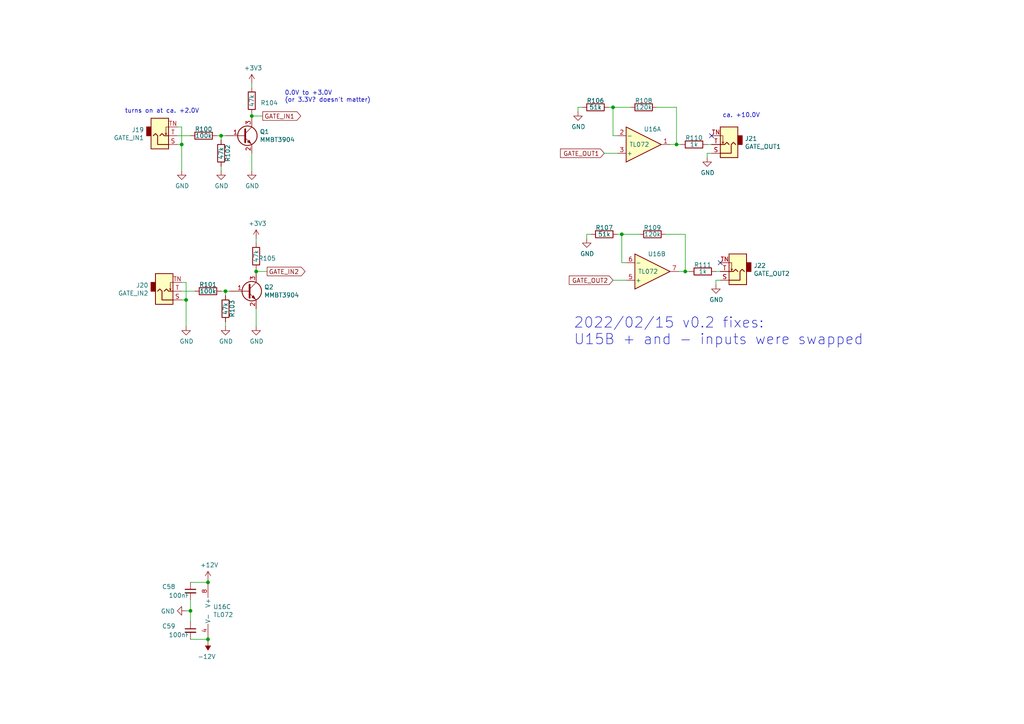
<source format=kicad_sch>
(kicad_sch (version 20211123) (generator eeschema)
  (paper "A4")
  (lib_symbols
    (symbol "Amplifier_Operational:TL072" (pin_names (offset 0.127))
      (property "Reference" "U" (at 0 5.08 0))
      (property "Value" "TL072" (at 0 -5.08 0))
      (symbol "TL072_1_1"
        (polyline (pts (xy -5.08 5.08) (xy 5.08 0) (xy -5.08 -5.08) (xy -5.08 5.08)) (stroke (width 0.254)) (fill (type background)))
        (pin output line (at 7.62 0 180) (length 2.54) (name "~") (number "1"))
        (pin input line (at -7.62 -2.54 0) (length 2.54) (name "-") (number "2"))
        (pin input line (at -7.62 2.54 0) (length 2.54) (name "+") (number "3"))
      )
      (symbol "TL072_2_1"
        (polyline (pts (xy -5.08 5.08) (xy 5.08 0) (xy -5.08 -5.08) (xy -5.08 5.08)) (stroke (width 0.254)) (fill (type background)))
        (pin input line (at -7.62 2.54 0) (length 2.54) (name "+") (number "5"))
        (pin input line (at -7.62 -2.54 0) (length 2.54) (name "-") (number "6"))
        (pin output line (at 7.62 0 180) (length 2.54) (name "~") (number "7"))
      )
      (symbol "TL072_3_1"
        (pin power_in line (at -2.54 -7.62 90) (length 3.81) (name "V-") (number "4"))
        (pin power_in line (at -2.54 7.62 270) (length 3.81) (name "V+") (number "8"))
      )
    )
    (symbol "Connector:AudioJack2_SwitchT"
      (property "Reference" "J" (at 0 8.89 0))
      (property "Value" "AudioJack2_SwitchT" (at 0 6.35 0))
      (symbol "AudioJack2_SwitchT_0_1"
        (rectangle (start -2.54 0) (end -3.81 -2.54) (stroke (width 0.254)) (fill (type outline)))
        (polyline (pts (xy 1.778 -0.254) (xy 2.032 -0.762)))
        (polyline (pts (xy 0 0) (xy 0.635 -0.635) (xy 1.27 0) (xy 2.54 0)) (stroke (width 0.254)))
        (polyline (pts (xy 2.54 -2.54) (xy 1.778 -2.54) (xy 1.778 -0.254) (xy 1.524 -0.762)))
        (polyline (pts (xy 2.54 2.54) (xy -0.635 2.54) (xy -0.635 0) (xy -1.27 -0.635) (xy -1.905 0)) (stroke (width 0.254)))
        (rectangle (start 2.54 3.81) (end -2.54 -5.08) (stroke (width 0.254)) (fill (type background)))
      )
      (symbol "AudioJack2_SwitchT_1_1"
        (pin passive line (at 5.08 2.54 180) (length 2.54) (name "~") (number "S"))
        (pin passive line (at 5.08 0 180) (length 2.54) (name "~") (number "T"))
        (pin passive line (at 5.08 -2.54 180) (length 2.54) (name "~") (number "TN"))
      )
    )
    (symbol "Device:C_Small" (pin_numbers hide) (pin_names (offset 0.254) hide)
      (property "Reference" "C" (at 0.254 1.778 0))
      (property "Value" "C_Small" (at 0.254 -2.032 0))
      (symbol "C_Small_0_1"
        (polyline (pts (xy -1.524 -0.508) (xy 1.524 -0.508)) (stroke (width 0.3302)))
        (polyline (pts (xy -1.524 0.508) (xy 1.524 0.508)) (stroke (width 0.3048)))
      )
      (symbol "C_Small_1_1"
        (pin passive line (at 0 2.54 270) (length 2.032) (name "~") (number "1"))
        (pin passive line (at 0 -2.54 90) (length 2.032) (name "~") (number "2"))
      )
    )
    (symbol "Device:R" (pin_numbers hide) (pin_names (offset 0))
      (property "Reference" "R" (at 2.032 0 90))
      (property "Value" "R" (at 0 0 90))
      (symbol "R_0_1"
        (rectangle (start -1.016 -2.54) (end 1.016 2.54) (stroke (width 0.254)))
      )
      (symbol "R_1_1"
        (pin passive line (at 0 3.81 270) (length 1.27) (name "~") (number "1"))
        (pin passive line (at 0 -3.81 90) (length 1.27) (name "~") (number "2"))
      )
    )
    (symbol "Transistor_BJT:MMBT3904" (pin_names (offset 0) hide)
      (property "Reference" "Q" (at 5.08 1.905 0))
      (property "Value" "MMBT3904" (at 5.08 0 0))
      (symbol "MMBT3904_0_1"
        (polyline (pts (xy 0.635 0.635) (xy 2.54 2.54)))
        (polyline (pts (xy 0.635 -0.635) (xy 2.54 -2.54) (xy 2.54 -2.54)))
        (polyline (pts (xy 0.635 1.905) (xy 0.635 -1.905) (xy 0.635 -1.905)) (stroke (width 0.508)))
        (polyline (pts (xy 1.27 -1.778) (xy 1.778 -1.27) (xy 2.286 -2.286) (xy 1.27 -1.778) (xy 1.27 -1.778)) (fill (type outline)))
        (circle (center 1.27 0) (radius 2.8194) (stroke (width 0.254)))
      )
      (symbol "MMBT3904_1_1"
        (pin input line (at -5.08 0 0) (length 5.715) (name "B") (number "1"))
        (pin passive line (at 2.54 -5.08 90) (length 2.54) (name "E") (number "2"))
        (pin passive line (at 2.54 5.08 270) (length 2.54) (name "C") (number "3"))
      )
    )
    (symbol "power:+12V" (power) (pin_names (offset 0))
      (property "Value" "+12V" (at 0 3.556 0))
      (symbol "+12V_0_1"
        (polyline (pts (xy -0.762 1.27) (xy 0 2.54)))
        (polyline (pts (xy 0 0) (xy 0 2.54)))
        (polyline (pts (xy 0 2.54) (xy 0.762 1.27)))
      )
      (symbol "+12V_1_1"
        (pin power_in line (at 0 0 90) (length 0) hide (name "+12V") (number "1"))
      )
    )
    (symbol "power:+3.3V" (power) (pin_names (offset 0))
      (property "Value" "+3.3V" (at 0 3.556 0))
      (symbol "+3.3V_0_1"
        (polyline (pts (xy -0.762 1.27) (xy 0 2.54)))
        (polyline (pts (xy 0 0) (xy 0 2.54)))
        (polyline (pts (xy 0 2.54) (xy 0.762 1.27)))
      )
      (symbol "+3.3V_1_1"
        (pin power_in line (at 0 0 90) (length 0) hide (name "+3V3") (number "1"))
      )
    )
    (symbol "power:-12V" (power) (pin_names (offset 0))
      (property "Value" "-12V" (at 0 3.81 0))
      (symbol "-12V_0_0"
        (pin power_in line (at 0 0 90) (length 0) hide (name "-12V") (number "1"))
      )
      (symbol "-12V_0_1"
        (polyline (pts (xy 0 0) (xy 0 1.27) (xy 0.762 1.27) (xy 0 2.54) (xy -0.762 1.27) (xy 0 1.27)) (fill (type outline)))
      )
    )
    (symbol "power:GND" (power) (pin_names (offset 0))
      (property "Value" "GND" (at 0 -3.81 0))
      (symbol "GND_0_1"
        (polyline (pts (xy 0 0) (xy 0 -1.27) (xy 1.27 -1.27) (xy 0 -2.54) (xy -1.27 -1.27) (xy 0 -1.27)))
      )
      (symbol "GND_1_1"
        (pin power_in line (at 0 0 270) (length 0) hide (name "GND") (number "1"))
      )
    )
  )
  (junction (at 73.025 33.655))
  (junction (at 65.405 84.455))
  (junction (at 74.295 78.74))
  (junction (at 180.34 67.945))
  (junction (at 52.705 41.91))
  (junction (at 55.245 177.165))
  (junction (at 53.975 86.995))
  (junction (at 64.135 39.37))
  (junction (at 177.8 31.115))
  (junction (at 198.755 78.74))
  (junction (at 196.215 41.91))
  (junction (at 60.325 185.42))
  (junction (at 60.325 168.91))
  (no_connect (at 208.915 76.2))
  (no_connect (at 206.375 39.37))
  (wire (pts (xy 208.915 78.74) (xy 207.645 78.74)))
  (wire (pts (xy 52.705 41.91) (xy 52.705 36.83)))
  (wire (pts (xy 55.245 168.91) (xy 60.325 168.91)))
  (wire (pts (xy 198.755 67.945) (xy 198.755 78.74)))
  (wire (pts (xy 60.325 186.055) (xy 60.325 185.42)))
  (wire (pts (xy 200.025 78.74) (xy 198.755 78.74)))
  (wire (pts (xy 53.975 86.995) (xy 52.705 86.995)))
  (wire (pts (xy 53.975 94.615) (xy 53.975 86.995)))
  (wire (pts (xy 52.705 84.455) (xy 56.515 84.455)))
  (wire (pts (xy 74.295 78.105) (xy 74.295 78.74)))
  (wire (pts (xy 190.5 31.115) (xy 196.215 31.115)))
  (wire (pts (xy 53.975 81.915) (xy 52.705 81.915)))
  (wire (pts (xy 51.435 39.37) (xy 55.245 39.37)))
  (wire (pts (xy 207.645 82.55) (xy 207.645 81.28)))
  (wire (pts (xy 177.8 31.115) (xy 182.88 31.115)))
  (wire (pts (xy 170.18 67.945) (xy 171.45 67.945)))
  (wire (pts (xy 65.405 84.455) (xy 64.135 84.455)))
  (wire (pts (xy 53.975 86.995) (xy 53.975 81.915)))
  (wire (pts (xy 73.025 33.02) (xy 73.025 33.655)))
  (wire (pts (xy 73.025 49.53) (xy 73.025 44.45)))
  (wire (pts (xy 196.215 41.91) (xy 194.31 41.91)))
  (wire (pts (xy 64.135 39.37) (xy 62.865 39.37)))
  (wire (pts (xy 77.47 78.74) (xy 74.295 78.74)))
  (wire (pts (xy 65.405 39.37) (xy 64.135 39.37)))
  (wire (pts (xy 53.975 177.165) (xy 55.245 177.165)))
  (wire (pts (xy 180.34 67.945) (xy 185.42 67.945)))
  (wire (pts (xy 198.755 78.74) (xy 196.85 78.74)))
  (wire (pts (xy 55.245 173.99) (xy 55.245 177.165)))
  (wire (pts (xy 170.18 69.215) (xy 170.18 67.945)))
  (wire (pts (xy 73.025 33.655) (xy 73.025 34.29)))
  (wire (pts (xy 52.705 49.53) (xy 52.705 41.91)))
  (wire (pts (xy 177.8 39.37) (xy 177.8 31.115)))
  (wire (pts (xy 55.245 177.165) (xy 55.245 180.34)))
  (wire (pts (xy 74.295 69.215) (xy 74.295 70.485)))
  (wire (pts (xy 167.64 31.115) (xy 168.91 31.115)))
  (wire (pts (xy 66.675 84.455) (xy 65.405 84.455)))
  (wire (pts (xy 60.325 168.275) (xy 60.325 168.91)))
  (wire (pts (xy 60.325 184.785) (xy 60.325 185.42)))
  (wire (pts (xy 206.375 41.91) (xy 205.105 41.91)))
  (wire (pts (xy 64.135 40.64) (xy 64.135 39.37)))
  (wire (pts (xy 73.025 24.13) (xy 73.025 25.4)))
  (wire (pts (xy 177.8 81.28) (xy 181.61 81.28)))
  (wire (pts (xy 65.405 85.725) (xy 65.405 84.455)))
  (wire (pts (xy 176.53 31.115) (xy 177.8 31.115)))
  (wire (pts (xy 60.325 168.91) (xy 60.325 169.545)))
  (wire (pts (xy 181.61 76.2) (xy 180.34 76.2)))
  (wire (pts (xy 207.645 81.28) (xy 208.915 81.28)))
  (wire (pts (xy 179.07 67.945) (xy 180.34 67.945)))
  (wire (pts (xy 74.295 78.74) (xy 74.295 79.375)))
  (wire (pts (xy 205.105 44.45) (xy 206.375 44.45)))
  (wire (pts (xy 60.325 185.42) (xy 55.245 185.42)))
  (wire (pts (xy 52.705 36.83) (xy 51.435 36.83)))
  (wire (pts (xy 196.215 31.115) (xy 196.215 41.91)))
  (wire (pts (xy 175.26 44.45) (xy 179.07 44.45)))
  (wire (pts (xy 197.485 41.91) (xy 196.215 41.91)))
  (wire (pts (xy 167.64 32.385) (xy 167.64 31.115)))
  (wire (pts (xy 64.135 49.53) (xy 64.135 48.26)))
  (wire (pts (xy 179.07 39.37) (xy 177.8 39.37)))
  (wire (pts (xy 76.2 33.655) (xy 73.025 33.655)))
  (wire (pts (xy 65.405 94.615) (xy 65.405 93.345)))
  (wire (pts (xy 180.34 76.2) (xy 180.34 67.945)))
  (wire (pts (xy 205.105 45.72) (xy 205.105 44.45)))
  (wire (pts (xy 193.04 67.945) (xy 198.755 67.945)))
  (wire (pts (xy 52.705 41.91) (xy 51.435 41.91)))
  (wire (pts (xy 74.295 94.615) (xy 74.295 89.535)))
  (text "0.0V to +3.0V\n(or 3.3V? doesn't matter)" (at 82.55 29.845 0) (effects (font (size 1.27 1.27)) (justify left bottom)))
  (text "2022/02/15 v0.2 fixes:\nU15B + and - inputs were swapped\n" (at 166.37 100.33 0) (effects (font (size 2.9972 2.9972)) (justify left bottom)))
  (text "ca. +10.0V" (at 209.55 34.29 0) (effects (font (size 1.27 1.27)) (justify left bottom)))
  (text "turns on at ca. +2.0V" (at 36.195 33.02 0) (effects (font (size 1.27 1.27)) (justify left bottom)))
  (global_label "GATE_IN1" (shape output) (at 76.2 33.655 0) (property "Intersheet References" "${INTERSHEET_REFS}" (effects hide)))
  (global_label "GATE_OUT2" (shape input) (at 177.8 81.28 180) (property "Intersheet References" "${INTERSHEET_REFS}" (effects hide)))
  (global_label "GATE_OUT1" (shape input) (at 175.26 44.45 180) (property "Intersheet References" "${INTERSHEET_REFS}" (effects hide)))
  (global_label "GATE_IN2" (shape output) (at 77.47 78.74 0) (property "Intersheet References" "${INTERSHEET_REFS}" (effects hide)))
  (symbol (lib_id "Connector:AudioJack2_SwitchT") (at 46.355 39.37 0) (mirror x) (unit 1)
    (property "Reference" "J19" (at 41.783 37.6682 0) (effects (justify right)))
    (property "Value" "GATE_IN1" (at 41.783 39.9796 0) (effects (justify right)))
    (property "Footprint" "foots:WQP-PJ301M" (effects hide))
    (property "LCSC" "-" (effects hide))
  )
  (symbol (lib_id "power:GND") (at 52.705 49.53 0) (unit 1)
    (property "Reference" "#PWR0143" (effects hide))
    (property "Value" "GND" (at 52.832 53.9242 0))
  )
  (symbol (lib_id "Device:R") (at 59.055 39.37 270) (unit 1)
    (property "Reference" "R100" (at 59.055 37.465 90))
    (property "Value" "100k" (at 59.055 39.37 90))
    (property "LCSC" "C25803" (effects hide))
  )
  (symbol (lib_id "Device:R") (at 64.135 44.45 180) (unit 1)
    (property "Reference" "R102" (at 66.04 44.45 90))
    (property "Value" "47k" (at 64.135 44.45 90))
    (property "LCSC" "C25819" (effects hide))
  )
  (symbol (lib_id "power:GND") (at 64.135 49.53 0) (unit 1)
    (property "Reference" "#PWR0148" (effects hide))
    (property "Value" "GND" (at 64.262 53.9242 0))
  )
  (symbol (lib_id "Transistor_BJT:MMBT3904") (at 70.485 39.37 0) (unit 1)
    (property "Reference" "Q1" (at 75.3364 38.2016 0) (effects (justify left)))
    (property "Value" "MMBT3904" (at 75.3364 40.513 0) (effects (justify left)))
    (property "Footprint" "Package_TO_SOT_SMD:SOT-23" (effects hide))
    (property "Datasheet" "https://www.onsemi.com/pub/Collateral/2N3903-D.PDF" (effects hide))
    (property "LCSC" "C20526" (effects hide))
  )
  (symbol (lib_id "power:GND") (at 73.025 49.53 0) (unit 1)
    (property "Reference" "#PWR0151" (effects hide))
    (property "Value" "GND" (at 73.152 53.9242 0))
  )
  (symbol (lib_id "Device:R") (at 73.025 29.21 180) (unit 1)
    (property "Reference" "R104" (at 78.105 29.845 0))
    (property "Value" "47k" (at 73.025 29.21 90))
    (property "LCSC" "C25819" (effects hide))
  )
  (symbol (lib_id "Connector:AudioJack2_SwitchT") (at 47.625 84.455 0) (mirror x) (unit 1)
    (property "Reference" "J20" (at 43.053 82.7532 0) (effects (justify right)))
    (property "Value" "GATE_IN2" (at 43.053 85.0646 0) (effects (justify right)))
    (property "Footprint" "foots:WQP-PJ301M" (effects hide))
    (property "LCSC" "-" (effects hide))
  )
  (symbol (lib_id "power:GND") (at 53.975 94.615 0) (unit 1)
    (property "Reference" "#PWR0144" (effects hide))
    (property "Value" "GND" (at 54.102 99.0092 0))
  )
  (symbol (lib_id "Device:R") (at 60.325 84.455 270) (unit 1)
    (property "Reference" "R101" (at 60.325 82.55 90))
    (property "Value" "100k" (at 60.325 84.455 90))
    (property "LCSC" "C25803" (effects hide))
  )
  (symbol (lib_id "Device:R") (at 65.405 89.535 180) (unit 1)
    (property "Reference" "R103" (at 67.31 89.535 90))
    (property "Value" "47k" (at 65.405 89.535 90))
    (property "LCSC" "C25819" (effects hide))
  )
  (symbol (lib_id "power:GND") (at 65.405 94.615 0) (unit 1)
    (property "Reference" "#PWR0149" (effects hide))
    (property "Value" "GND" (at 65.532 99.0092 0))
  )
  (symbol (lib_id "Transistor_BJT:MMBT3904") (at 71.755 84.455 0) (unit 1)
    (property "Reference" "Q2" (at 76.6064 83.2866 0) (effects (justify left)))
    (property "Value" "MMBT3904" (at 76.6064 85.598 0) (effects (justify left)))
    (property "Footprint" "Package_TO_SOT_SMD:SOT-23" (effects hide))
    (property "Datasheet" "https://www.onsemi.com/pub/Collateral/2N3903-D.PDF" (effects hide))
    (property "LCSC" "C20526" (effects hide))
  )
  (symbol (lib_id "power:GND") (at 74.295 94.615 0) (unit 1)
    (property "Reference" "#PWR0153" (effects hide))
    (property "Value" "GND" (at 74.422 99.0092 0))
  )
  (symbol (lib_id "Device:R") (at 74.295 74.295 180) (unit 1)
    (property "Reference" "R105" (at 77.47 74.93 0))
    (property "Value" "47k" (at 74.295 74.295 90))
    (property "LCSC" "C25819" (effects hide))
  )
  (symbol (lib_id "Amplifier_Operational:TL072") (at 186.69 41.91 0) (mirror x) (unit 1)
    (property "Reference" "U16" (at 189.23 37.465 0))
    (property "Value" "TL072" (at 185.42 41.91 0))
    (property "Datasheet" "http://www.ti.com/lit/ds/symlink/tl071.pdf" (effects hide))
    (property "LCSC" "C6961" (effects hide))
  )
  (symbol (lib_id "Device:R") (at 186.69 31.115 270) (unit 1)
    (property "Reference" "R108" (at 186.69 29.21 90))
    (property "Value" "120k" (at 186.69 31.115 90))
    (property "LCSC" "C25808" (effects hide))
  )
  (symbol (lib_id "Device:R") (at 172.72 31.115 270) (unit 1)
    (property "Reference" "R106" (at 172.72 29.21 90))
    (property "Value" "51k" (at 172.72 31.115 90))
    (property "LCSC" "C23196" (effects hide))
  )
  (symbol (lib_id "power:GND") (at 167.64 32.385 0) (unit 1)
    (property "Reference" "#PWR0154" (effects hide))
    (property "Value" "GND" (at 167.767 36.7792 0))
  )
  (symbol (lib_id "Device:R") (at 201.295 41.91 270) (unit 1)
    (property "Reference" "R110" (at 201.295 40.005 90))
    (property "Value" "1k" (at 201.295 41.91 90))
    (property "LCSC" "C21190" (effects hide))
  )
  (symbol (lib_id "Connector:AudioJack2_SwitchT") (at 211.455 41.91 180) (unit 1)
    (property "Reference" "J21" (at 216.027 40.2082 0) (effects (justify right)))
    (property "Value" "GATE_OUT1" (at 216.027 42.5196 0) (effects (justify right)))
    (property "Footprint" "foots:WQP-PJ301M" (effects hide))
    (property "LCSC" "-" (effects hide))
  )
  (symbol (lib_id "power:GND") (at 205.105 45.72 0) (unit 1)
    (property "Reference" "#PWR0156" (effects hide))
    (property "Value" "GND" (at 205.232 50.1142 0))
  )
  (symbol (lib_id "Amplifier_Operational:TL072") (at 189.23 78.74 0) (mirror x) (unit 2)
    (property "Reference" "U16" (at 190.5 73.66 0))
    (property "Value" "TL072" (at 187.96 78.74 0))
    (property "Datasheet" "http://www.ti.com/lit/ds/symlink/tl071.pdf" (effects hide))
    (property "LCSC" "C6961" (effects hide))
  )
  (symbol (lib_id "Amplifier_Operational:TL072") (at 62.865 177.165 0) (unit 3)
    (property "Reference" "U16" (at 61.7982 175.9966 0) (effects (justify left)))
    (property "Value" "TL072" (at 61.7982 178.308 0) (effects (justify left)))
    (property "Datasheet" "http://www.ti.com/lit/ds/symlink/tl071.pdf" (effects hide))
    (property "LCSC" "C6961" (effects hide))
  )
  (symbol (lib_id "Device:C_Small") (at 55.245 171.45 0) (unit 1)
    (property "Reference" "C58" (at 46.99 170.18 0) (effects (justify left)))
    (property "Value" "100nF" (at 48.895 172.72 0) (effects (justify left)))
    (property "LCSC" "C14663" (effects hide))
  )
  (symbol (lib_id "power:+12V") (at 60.325 168.275 0) (unit 1)
    (property "Reference" "#PWR0146" (effects hide))
    (property "Value" "+12V" (at 60.706 163.8808 0))
  )
  (symbol (lib_id "power:-12V") (at 60.325 186.055 180) (unit 1)
    (property "Reference" "#PWR0147" (effects hide))
    (property "Value" "-12V" (at 59.944 190.4492 0))
  )
  (symbol (lib_id "power:+3.3V") (at 73.025 24.13 0) (unit 1)
    (property "Reference" "#PWR0150" (effects hide))
    (property "Value" "+3.3V" (at 73.406 19.7358 0))
  )
  (symbol (lib_id "power:+3.3V") (at 74.295 69.215 0) (unit 1)
    (property "Reference" "#PWR0152" (effects hide))
    (property "Value" "+3.3V" (at 74.676 64.8208 0))
  )
  (symbol (lib_id "Device:R") (at 189.23 67.945 270) (unit 1)
    (property "Reference" "R109" (at 189.23 66.04 90))
    (property "Value" "120k" (at 189.23 67.945 90))
    (property "LCSC" "C25808" (effects hide))
  )
  (symbol (lib_id "Device:R") (at 175.26 67.945 270) (unit 1)
    (property "Reference" "R107" (at 175.26 66.04 90))
    (property "Value" "51k" (at 175.26 67.945 90))
    (property "LCSC" "C23196" (effects hide))
  )
  (symbol (lib_id "power:GND") (at 170.18 69.215 0) (unit 1)
    (property "Reference" "#PWR0155" (effects hide))
    (property "Value" "GND" (at 170.307 73.6092 0))
  )
  (symbol (lib_id "Device:R") (at 203.835 78.74 270) (unit 1)
    (property "Reference" "R111" (at 203.835 76.835 90))
    (property "Value" "1k" (at 203.835 78.74 90))
    (property "LCSC" "C21190" (effects hide))
  )
  (symbol (lib_id "Connector:AudioJack2_SwitchT") (at 213.995 78.74 180) (unit 1)
    (property "Reference" "J22" (at 218.567 77.0382 0) (effects (justify right)))
    (property "Value" "GATE_OUT2" (at 218.567 79.3496 0) (effects (justify right)))
    (property "Footprint" "foots:WQP-PJ301M" (effects hide))
    (property "LCSC" "-" (effects hide))
  )
  (symbol (lib_id "power:GND") (at 207.645 82.55 0) (unit 1)
    (property "Reference" "#PWR0157" (effects hide))
    (property "Value" "GND" (at 207.772 86.9442 0))
  )
  (symbol (lib_id "Device:C_Small") (at 55.245 182.88 0) (unit 1)
    (property "Reference" "C59" (at 46.99 181.61 0) (effects (justify left)))
    (property "Value" "100nF" (at 48.895 184.15 0) (effects (justify left)))
    (property "LCSC" "C14663" (effects hide))
  )
  (symbol (lib_id "power:GND") (at 53.975 177.165 270) (unit 1)
    (property "Reference" "#PWR0145" (effects hide))
    (property "Value" "GND" (at 50.7238 177.292 90) (effects (justify right)))
  )
)
</source>
